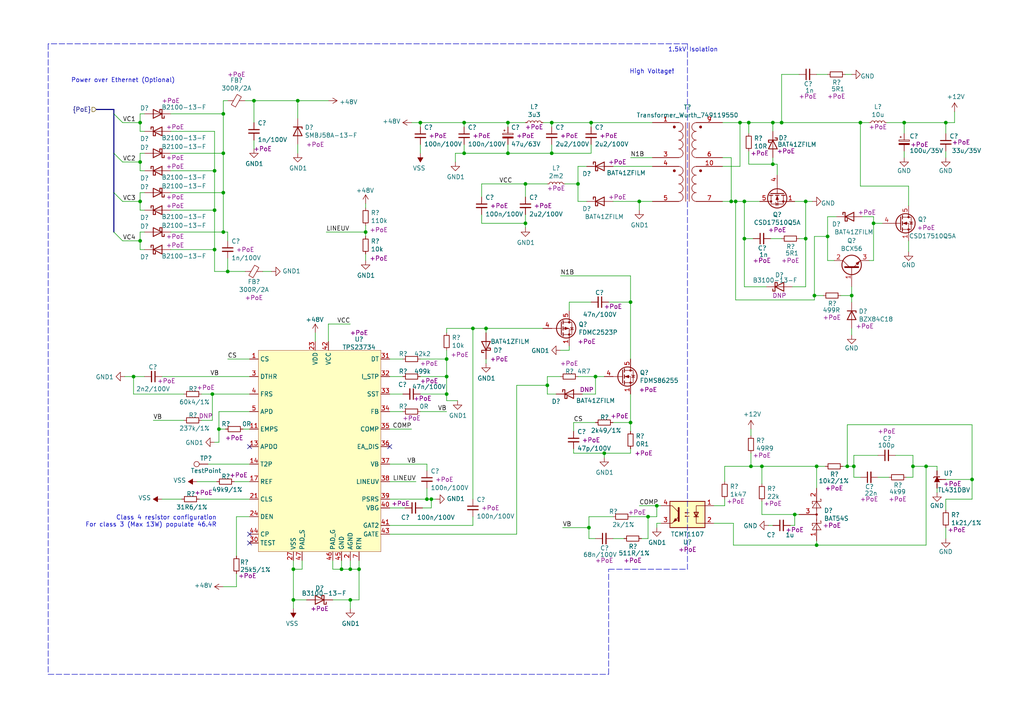
<source format=kicad_sch>
(kicad_sch (version 20201015) (generator eeschema)
  (paper "A4")
  (junction (at 38.735 109.22) (diameter 0.9144))
  (junction (at 40.64 35.56) (diameter 0.9144))
  (junction (at 40.64 46.99) (diameter 0.9144))
  (junction (at 40.64 58.42) (diameter 0.9144))
  (junction (at 40.64 69.85) (diameter 0.9144))
  (junction (at 61.595 114.3) (diameter 0.9144))
  (junction (at 62.23 49.53) (diameter 0.9144))
  (junction (at 62.23 60.96) (diameter 0.9144))
  (junction (at 62.23 72.39) (diameter 0.9144))
  (junction (at 63.5 124.46) (diameter 0.9144))
  (junction (at 64.77 33.02) (diameter 0.9144))
  (junction (at 64.77 44.45) (diameter 0.9144))
  (junction (at 64.77 55.88) (diameter 0.9144))
  (junction (at 64.77 67.31) (diameter 0.9144))
  (junction (at 66.04 78.74) (diameter 0.9144))
  (junction (at 73.66 29.21) (diameter 0.9144))
  (junction (at 85.09 165.1) (diameter 0.9144))
  (junction (at 85.09 173.99) (diameter 0.9144))
  (junction (at 86.36 29.21) (diameter 0.9144))
  (junction (at 99.06 165.1) (diameter 0.9144))
  (junction (at 101.6 165.1) (diameter 0.9144))
  (junction (at 101.6 173.99) (diameter 0.9144))
  (junction (at 104.14 165.1) (diameter 0.9144))
  (junction (at 106.045 67.31) (diameter 0.9144))
  (junction (at 121.92 35.56) (diameter 0.9144))
  (junction (at 123.825 144.78) (diameter 0.9144))
  (junction (at 125.095 144.78) (diameter 0.9144))
  (junction (at 129.54 104.14) (diameter 0.9144))
  (junction (at 129.54 109.22) (diameter 0.9144))
  (junction (at 129.54 114.3) (diameter 0.9144))
  (junction (at 134.62 35.56) (diameter 0.9144))
  (junction (at 134.62 44.45) (diameter 0.9144))
  (junction (at 137.16 95.25) (diameter 0.9144))
  (junction (at 140.97 95.25) (diameter 0.9144))
  (junction (at 147.32 35.56) (diameter 0.9144))
  (junction (at 147.32 44.45) (diameter 0.9144))
  (junction (at 152.4 53.34) (diameter 0.9144))
  (junction (at 152.4 64.77) (diameter 0.9144))
  (junction (at 158.75 111.76) (diameter 0.9144))
  (junction (at 160.02 35.56) (diameter 0.9144))
  (junction (at 160.02 44.45) (diameter 0.9144))
  (junction (at 167.64 53.34) (diameter 0.9144))
  (junction (at 170.815 153.035) (diameter 0.9144))
  (junction (at 171.45 35.56) (diameter 0.9144))
  (junction (at 172.72 109.22) (diameter 0.9144))
  (junction (at 175.26 131.445) (diameter 0.9144))
  (junction (at 182.88 87.63) (diameter 0.9144))
  (junction (at 182.88 122.555) (diameter 0.9144))
  (junction (at 185.42 58.42) (diameter 0.9144))
  (junction (at 187.96 149.86) (diameter 0.9144))
  (junction (at 190.5 146.685) (diameter 0.9144))
  (junction (at 212.09 58.42) (diameter 0.9144))
  (junction (at 213.36 58.42) (diameter 0.9144))
  (junction (at 214.63 35.56) (diameter 0.9144))
  (junction (at 215.9 58.42) (diameter 0.9144))
  (junction (at 215.9 69.215) (diameter 0.9144))
  (junction (at 217.17 35.56) (diameter 0.9144))
  (junction (at 217.805 135.255) (diameter 0.9144))
  (junction (at 220.98 135.255) (diameter 0.9144))
  (junction (at 224.155 35.56) (diameter 0.9144))
  (junction (at 224.155 47.625) (diameter 0.9144))
  (junction (at 226.695 35.56) (diameter 0.9144))
  (junction (at 230.505 149.225) (diameter 0.9144))
  (junction (at 233.68 58.42) (diameter 0.9144))
  (junction (at 233.68 69.215) (diameter 0.9144))
  (junction (at 236.22 85.725) (diameter 0.9144))
  (junction (at 236.855 135.255) (diameter 0.9144))
  (junction (at 236.855 158.115) (diameter 0.9144))
  (junction (at 240.03 68.58) (diameter 0.9144))
  (junction (at 245.745 135.255) (diameter 0.9144))
  (junction (at 247.015 85.725) (diameter 0.9144))
  (junction (at 247.65 135.255) (diameter 0.9144))
  (junction (at 249.555 35.56) (diameter 0.9144))
  (junction (at 253.365 64.77) (diameter 0.9144))
  (junction (at 262.255 35.56) (diameter 0.9144))
  (junction (at 264.795 135.255) (diameter 0.9144))
  (junction (at 268.605 135.255) (diameter 0.9144))
  (junction (at 274.32 35.56) (diameter 0.9144))
  (junction (at 281.94 139.065) (diameter 0.9144))
  (no_connect (at 113.03 129.54))
  (no_connect (at 72.39 157.48))
  (no_connect (at 72.39 129.54))
  (no_connect (at 72.39 154.94))
  (bus_entry (at 33.02 33.02) (size 2.54 2.54) (stroke (width 0.1524)))
  (bus_entry (at 33.02 44.45) (size 2.54 2.54) (stroke (width 0.1524)))
  (bus_entry (at 33.02 55.88) (size 2.54 2.54) (stroke (width 0.1524)))
  (bus_entry (at 33.02 67.31) (size 2.54 2.54) (stroke (width 0.1524)))
  (wire (pts (xy 35.56 35.56) (xy 40.64 35.56)))
  (wire (pts (xy 35.56 46.99) (xy 40.64 46.99)))
  (wire (pts (xy 35.56 58.42) (xy 40.64 58.42)))
  (wire (pts (xy 35.56 69.85) (xy 40.64 69.85)))
  (wire (pts (xy 36.195 109.22) (xy 38.735 109.22)))
  (wire (pts (xy 38.735 109.22) (xy 41.91 109.22)))
  (wire (pts (xy 38.735 114.3) (xy 38.735 109.22)))
  (wire (pts (xy 40.64 33.02) (xy 40.64 35.56)))
  (wire (pts (xy 40.64 38.1) (xy 40.64 35.56)))
  (wire (pts (xy 40.64 44.45) (xy 40.64 46.99)))
  (wire (pts (xy 40.64 49.53) (xy 40.64 46.99)))
  (wire (pts (xy 40.64 55.88) (xy 40.64 58.42)))
  (wire (pts (xy 40.64 60.96) (xy 40.64 58.42)))
  (wire (pts (xy 40.64 67.31) (xy 40.64 69.85)))
  (wire (pts (xy 40.64 72.39) (xy 40.64 69.85)))
  (wire (pts (xy 41.91 33.02) (xy 40.64 33.02)))
  (wire (pts (xy 41.91 38.1) (xy 40.64 38.1)))
  (wire (pts (xy 41.91 44.45) (xy 40.64 44.45)))
  (wire (pts (xy 41.91 49.53) (xy 40.64 49.53)))
  (wire (pts (xy 41.91 55.88) (xy 40.64 55.88)))
  (wire (pts (xy 41.91 60.96) (xy 40.64 60.96)))
  (wire (pts (xy 41.91 67.31) (xy 40.64 67.31)))
  (wire (pts (xy 41.91 72.39) (xy 40.64 72.39)))
  (wire (pts (xy 44.45 121.92) (xy 53.34 121.92)))
  (wire (pts (xy 46.99 109.22) (xy 72.39 109.22)))
  (wire (pts (xy 46.99 144.78) (xy 52.705 144.78)))
  (wire (pts (xy 49.53 33.02) (xy 64.77 33.02)))
  (wire (pts (xy 49.53 38.1) (xy 62.23 38.1)))
  (wire (pts (xy 49.53 44.45) (xy 64.77 44.45)))
  (wire (pts (xy 49.53 49.53) (xy 62.23 49.53)))
  (wire (pts (xy 49.53 55.88) (xy 64.77 55.88)))
  (wire (pts (xy 49.53 60.96) (xy 62.23 60.96)))
  (wire (pts (xy 49.53 67.31) (xy 64.77 67.31)))
  (wire (pts (xy 49.53 72.39) (xy 62.23 72.39)))
  (wire (pts (xy 53.34 114.3) (xy 38.735 114.3)))
  (wire (pts (xy 57.15 139.7) (xy 62.865 139.7)))
  (wire (pts (xy 57.785 144.78) (xy 72.39 144.78)))
  (wire (pts (xy 58.42 114.3) (xy 61.595 114.3)))
  (wire (pts (xy 58.42 121.92) (xy 61.595 121.92)))
  (wire (pts (xy 60.325 134.62) (xy 72.39 134.62)))
  (wire (pts (xy 61.595 114.3) (xy 72.39 114.3)))
  (wire (pts (xy 61.595 121.92) (xy 61.595 114.3)))
  (wire (pts (xy 62.23 38.1) (xy 62.23 49.53)))
  (wire (pts (xy 62.23 49.53) (xy 62.23 60.96)))
  (wire (pts (xy 62.23 60.96) (xy 62.23 72.39)))
  (wire (pts (xy 62.23 72.39) (xy 62.23 78.74)))
  (wire (pts (xy 62.23 78.74) (xy 66.04 78.74)))
  (wire (pts (xy 63.5 119.38) (xy 63.5 124.46)))
  (wire (pts (xy 63.5 119.38) (xy 72.39 119.38)))
  (wire (pts (xy 63.5 124.46) (xy 63.5 128.27)))
  (wire (pts (xy 63.5 124.46) (xy 65.405 124.46)))
  (wire (pts (xy 63.5 128.27) (xy 62.23 128.27)))
  (wire (pts (xy 64.77 29.21) (xy 64.77 33.02)))
  (wire (pts (xy 64.77 29.21) (xy 66.04 29.21)))
  (wire (pts (xy 64.77 33.02) (xy 64.77 44.45)))
  (wire (pts (xy 64.77 44.45) (xy 64.77 55.88)))
  (wire (pts (xy 64.77 55.88) (xy 64.77 67.31)))
  (wire (pts (xy 64.77 67.31) (xy 66.04 67.31)))
  (wire (pts (xy 66.04 67.31) (xy 66.04 69.85)))
  (wire (pts (xy 66.04 74.93) (xy 66.04 78.74)))
  (wire (pts (xy 66.04 78.74) (xy 71.12 78.74)))
  (wire (pts (xy 66.04 104.14) (xy 72.39 104.14)))
  (wire (pts (xy 67.945 139.7) (xy 72.39 139.7)))
  (wire (pts (xy 68.58 149.86) (xy 68.58 161.29)))
  (wire (pts (xy 68.58 166.37) (xy 68.58 170.18)))
  (wire (pts (xy 68.58 170.18) (xy 64.77 170.18)))
  (wire (pts (xy 70.485 124.46) (xy 72.39 124.46)))
  (wire (pts (xy 71.12 29.21) (xy 73.66 29.21)))
  (wire (pts (xy 72.39 149.86) (xy 68.58 149.86)))
  (wire (pts (xy 73.66 29.21) (xy 73.66 35.56)))
  (wire (pts (xy 73.66 29.21) (xy 86.36 29.21)))
  (wire (pts (xy 73.66 40.64) (xy 73.66 43.18)))
  (wire (pts (xy 76.2 78.74) (xy 78.74 78.74)))
  (wire (pts (xy 85.09 165.1) (xy 85.09 162.56)))
  (wire (pts (xy 85.09 165.1) (xy 85.09 173.99)))
  (wire (pts (xy 85.09 173.99) (xy 85.09 176.53)))
  (wire (pts (xy 85.09 173.99) (xy 88.9 173.99)))
  (wire (pts (xy 86.36 29.21) (xy 95.25 29.21)))
  (wire (pts (xy 86.36 34.29) (xy 86.36 29.21)))
  (wire (pts (xy 86.36 41.91) (xy 86.36 44.45)))
  (wire (pts (xy 87.63 162.56) (xy 87.63 165.1)))
  (wire (pts (xy 87.63 165.1) (xy 85.09 165.1)))
  (wire (pts (xy 91.44 96.52) (xy 91.44 99.06)))
  (wire (pts (xy 94.615 67.31) (xy 106.045 67.31)))
  (wire (pts (xy 95.25 93.98) (xy 101.6 93.98)))
  (wire (pts (xy 95.25 99.06) (xy 95.25 93.98)))
  (wire (pts (xy 96.52 162.56) (xy 96.52 165.1)))
  (wire (pts (xy 96.52 165.1) (xy 99.06 165.1)))
  (wire (pts (xy 96.52 173.99) (xy 101.6 173.99)))
  (wire (pts (xy 99.06 162.56) (xy 99.06 165.1)))
  (wire (pts (xy 99.06 165.1) (xy 101.6 165.1)))
  (wire (pts (xy 101.6 162.56) (xy 101.6 165.1)))
  (wire (pts (xy 101.6 165.1) (xy 104.14 165.1)))
  (wire (pts (xy 101.6 173.99) (xy 101.6 176.53)))
  (wire (pts (xy 104.14 165.1) (xy 104.14 162.56)))
  (wire (pts (xy 104.14 165.1) (xy 104.14 173.99)))
  (wire (pts (xy 104.14 173.99) (xy 101.6 173.99)))
  (wire (pts (xy 106.045 59.055) (xy 106.045 60.325)))
  (wire (pts (xy 106.045 65.405) (xy 106.045 67.31)))
  (wire (pts (xy 106.045 67.31) (xy 106.045 68.58)))
  (wire (pts (xy 106.045 73.66) (xy 106.045 75.565)))
  (wire (pts (xy 113.03 104.14) (xy 116.84 104.14)))
  (wire (pts (xy 113.03 109.22) (xy 116.84 109.22)))
  (wire (pts (xy 113.03 114.3) (xy 116.84 114.3)))
  (wire (pts (xy 113.03 119.38) (xy 116.84 119.38)))
  (wire (pts (xy 113.03 124.46) (xy 119.38 124.46)))
  (wire (pts (xy 113.03 134.62) (xy 123.825 134.62)))
  (wire (pts (xy 113.03 139.7) (xy 120.65 139.7)))
  (wire (pts (xy 113.03 144.78) (xy 123.825 144.78)))
  (wire (pts (xy 113.03 147.32) (xy 117.475 147.32)))
  (wire (pts (xy 113.03 152.4) (xy 137.16 152.4)))
  (wire (pts (xy 113.03 154.94) (xy 149.86 154.94)))
  (wire (pts (xy 119.38 35.56) (xy 121.92 35.56)))
  (wire (pts (xy 121.92 35.56) (xy 121.92 36.83)))
  (wire (pts (xy 121.92 35.56) (xy 134.62 35.56)))
  (wire (pts (xy 121.92 41.91) (xy 121.92 44.45)))
  (wire (pts (xy 121.92 104.14) (xy 129.54 104.14)))
  (wire (pts (xy 121.92 109.22) (xy 129.54 109.22)))
  (wire (pts (xy 121.92 114.3) (xy 129.54 114.3)))
  (wire (pts (xy 121.92 119.38) (xy 129.54 119.38)))
  (wire (pts (xy 122.555 147.32) (xy 125.095 147.32)))
  (wire (pts (xy 123.825 134.62) (xy 123.825 136.525)))
  (wire (pts (xy 123.825 141.605) (xy 123.825 144.78)))
  (wire (pts (xy 123.825 144.78) (xy 125.095 144.78)))
  (wire (pts (xy 125.095 144.78) (xy 126.365 144.78)))
  (wire (pts (xy 125.095 147.32) (xy 125.095 144.78)))
  (wire (pts (xy 129.54 95.25) (xy 129.54 96.52)))
  (wire (pts (xy 129.54 101.6) (xy 129.54 104.14)))
  (wire (pts (xy 129.54 104.14) (xy 129.54 109.22)))
  (wire (pts (xy 129.54 109.22) (xy 129.54 114.3)))
  (wire (pts (xy 129.54 116.205) (xy 129.54 114.3)))
  (wire (pts (xy 132.08 44.45) (xy 132.08 46.99)))
  (wire (pts (xy 132.715 116.205) (xy 129.54 116.205)))
  (wire (pts (xy 134.62 35.56) (xy 134.62 36.83)))
  (wire (pts (xy 134.62 35.56) (xy 147.32 35.56)))
  (wire (pts (xy 134.62 41.91) (xy 134.62 44.45)))
  (wire (pts (xy 134.62 44.45) (xy 132.08 44.45)))
  (wire (pts (xy 134.62 44.45) (xy 147.32 44.45)))
  (wire (pts (xy 137.16 95.25) (xy 129.54 95.25)))
  (wire (pts (xy 137.16 95.25) (xy 137.16 144.78)))
  (wire (pts (xy 137.16 152.4) (xy 137.16 149.86)))
  (wire (pts (xy 139.7 53.34) (xy 139.7 57.15)))
  (wire (pts (xy 139.7 53.34) (xy 152.4 53.34)))
  (wire (pts (xy 139.7 62.23) (xy 139.7 64.77)))
  (wire (pts (xy 139.7 64.77) (xy 152.4 64.77)))
  (wire (pts (xy 140.97 95.25) (xy 137.16 95.25)))
  (wire (pts (xy 140.97 95.25) (xy 140.97 96.52)))
  (wire (pts (xy 140.97 104.14) (xy 140.97 105.41)))
  (wire (pts (xy 147.32 35.56) (xy 147.32 36.83)))
  (wire (pts (xy 147.32 35.56) (xy 152.4 35.56)))
  (wire (pts (xy 147.32 41.91) (xy 147.32 44.45)))
  (wire (pts (xy 147.32 44.45) (xy 160.02 44.45)))
  (wire (pts (xy 149.86 111.76) (xy 158.75 111.76)))
  (wire (pts (xy 149.86 154.94) (xy 149.86 111.76)))
  (wire (pts (xy 152.4 53.34) (xy 152.4 57.15)))
  (wire (pts (xy 152.4 62.23) (xy 152.4 64.77)))
  (wire (pts (xy 152.4 64.77) (xy 152.4 66.04)))
  (wire (pts (xy 157.48 35.56) (xy 160.02 35.56)))
  (wire (pts (xy 157.48 95.25) (xy 140.97 95.25)))
  (wire (pts (xy 158.75 53.34) (xy 152.4 53.34)))
  (wire (pts (xy 158.75 109.22) (xy 162.56 109.22)))
  (wire (pts (xy 158.75 111.76) (xy 158.75 109.22)))
  (wire (pts (xy 158.75 114.3) (xy 158.75 111.76)))
  (wire (pts (xy 160.02 35.56) (xy 160.02 36.83)))
  (wire (pts (xy 160.02 35.56) (xy 171.45 35.56)))
  (wire (pts (xy 160.02 41.91) (xy 160.02 44.45)))
  (wire (pts (xy 160.02 44.45) (xy 171.45 44.45)))
  (wire (pts (xy 161.29 114.3) (xy 158.75 114.3)))
  (wire (pts (xy 162.56 80.01) (xy 182.88 80.01)))
  (wire (pts (xy 163.195 153.035) (xy 170.815 153.035)))
  (wire (pts (xy 163.83 53.34) (xy 167.64 53.34)))
  (wire (pts (xy 165.1 87.63) (xy 165.1 90.17)))
  (wire (pts (xy 165.1 100.33) (xy 165.1 101.6)))
  (wire (pts (xy 165.1 101.6) (xy 162.56 101.6)))
  (wire (pts (xy 166.37 122.555) (xy 166.37 125.095)))
  (wire (pts (xy 166.37 131.445) (xy 166.37 130.175)))
  (wire (pts (xy 167.64 48.26) (xy 167.64 53.34)))
  (wire (pts (xy 167.64 53.34) (xy 167.64 58.42)))
  (wire (pts (xy 167.64 58.42) (xy 170.18 58.42)))
  (wire (pts (xy 168.91 114.3) (xy 172.72 114.3)))
  (wire (pts (xy 170.18 48.26) (xy 167.64 48.26)))
  (wire (pts (xy 170.815 149.86) (xy 170.815 153.035)))
  (wire (pts (xy 170.815 156.21) (xy 170.815 153.035)))
  (wire (pts (xy 171.45 35.56) (xy 171.45 36.83)))
  (wire (pts (xy 171.45 35.56) (xy 189.23 35.56)))
  (wire (pts (xy 171.45 41.91) (xy 171.45 44.45)))
  (wire (pts (xy 171.45 87.63) (xy 165.1 87.63)))
  (wire (pts (xy 172.72 109.22) (xy 167.64 109.22)))
  (wire (pts (xy 172.72 109.22) (xy 175.26 109.22)))
  (wire (pts (xy 172.72 114.3) (xy 172.72 109.22)))
  (wire (pts (xy 172.72 122.555) (xy 166.37 122.555)))
  (wire (pts (xy 172.72 156.21) (xy 170.815 156.21)))
  (wire (pts (xy 175.26 131.445) (xy 166.37 131.445)))
  (wire (pts (xy 175.26 131.445) (xy 175.26 132.715)))
  (wire (pts (xy 176.53 87.63) (xy 182.88 87.63)))
  (wire (pts (xy 177.8 48.26) (xy 189.23 48.26)))
  (wire (pts (xy 177.8 58.42) (xy 185.42 58.42)))
  (wire (pts (xy 177.8 122.555) (xy 182.88 122.555)))
  (wire (pts (xy 177.8 149.86) (xy 170.815 149.86)))
  (wire (pts (xy 177.8 156.21) (xy 180.975 156.21)))
  (wire (pts (xy 182.88 45.72) (xy 189.23 45.72)))
  (wire (pts (xy 182.88 87.63) (xy 182.88 80.01)))
  (wire (pts (xy 182.88 104.14) (xy 182.88 87.63)))
  (wire (pts (xy 182.88 114.3) (xy 182.88 122.555)))
  (wire (pts (xy 182.88 122.555) (xy 182.88 125.095)))
  (wire (pts (xy 182.88 130.175) (xy 182.88 131.445)))
  (wire (pts (xy 182.88 131.445) (xy 175.26 131.445)))
  (wire (pts (xy 182.88 149.86) (xy 187.96 149.86)))
  (wire (pts (xy 185.42 58.42) (xy 185.42 60.96)))
  (wire (pts (xy 185.42 58.42) (xy 189.23 58.42)))
  (wire (pts (xy 186.055 156.21) (xy 187.96 156.21)))
  (wire (pts (xy 187.96 149.86) (xy 190.5 149.86)))
  (wire (pts (xy 187.96 156.21) (xy 187.96 149.86)))
  (wire (pts (xy 190.5 146.685) (xy 185.42 146.685)))
  (wire (pts (xy 190.5 149.86) (xy 190.5 146.685)))
  (wire (pts (xy 190.5 151.765) (xy 190.5 153.035)))
  (wire (pts (xy 191.77 146.685) (xy 190.5 146.685)))
  (wire (pts (xy 191.77 151.765) (xy 190.5 151.765)))
  (wire (pts (xy 207.01 146.685) (xy 210.185 146.685)))
  (wire (pts (xy 209.55 35.56) (xy 214.63 35.56)))
  (wire (pts (xy 209.55 45.72) (xy 212.09 45.72)))
  (wire (pts (xy 210.185 135.255) (xy 217.805 135.255)))
  (wire (pts (xy 210.185 139.7) (xy 210.185 135.255)))
  (wire (pts (xy 210.185 146.685) (xy 210.185 144.78)))
  (wire (pts (xy 212.09 45.72) (xy 212.09 58.42)))
  (wire (pts (xy 212.09 58.42) (xy 209.55 58.42)))
  (wire (pts (xy 212.09 58.42) (xy 213.36 58.42)))
  (wire (pts (xy 212.725 151.765) (xy 207.01 151.765)))
  (wire (pts (xy 212.725 151.765) (xy 212.725 158.115)))
  (wire (pts (xy 212.725 158.115) (xy 236.855 158.115)))
  (wire (pts (xy 213.36 58.42) (xy 213.36 86.995)))
  (wire (pts (xy 213.36 58.42) (xy 215.9 58.42)))
  (wire (pts (xy 213.36 86.995) (xy 236.22 86.995)))
  (wire (pts (xy 214.63 35.56) (xy 214.63 48.26)))
  (wire (pts (xy 214.63 35.56) (xy 217.17 35.56)))
  (wire (pts (xy 214.63 48.26) (xy 209.55 48.26)))
  (wire (pts (xy 215.9 58.42) (xy 220.345 58.42)))
  (wire (pts (xy 215.9 69.215) (xy 215.9 58.42)))
  (wire (pts (xy 215.9 69.215) (xy 218.44 69.215)))
  (wire (pts (xy 215.9 83.185) (xy 215.9 69.215)))
  (wire (pts (xy 217.17 35.56) (xy 217.17 38.735)))
  (wire (pts (xy 217.17 35.56) (xy 224.155 35.56)))
  (wire (pts (xy 217.17 47.625) (xy 217.17 43.815)))
  (wire (pts (xy 217.805 124.46) (xy 217.805 126.365)))
  (wire (pts (xy 217.805 131.445) (xy 217.805 135.255)))
  (wire (pts (xy 220.98 135.255) (xy 217.805 135.255)))
  (wire (pts (xy 220.98 135.255) (xy 236.855 135.255)))
  (wire (pts (xy 220.98 140.335) (xy 220.98 135.255)))
  (wire (pts (xy 220.98 149.225) (xy 220.98 145.415)))
  (wire (pts (xy 222.25 83.185) (xy 215.9 83.185)))
  (wire (pts (xy 222.885 152.4) (xy 224.155 152.4)))
  (wire (pts (xy 223.52 69.215) (xy 226.695 69.215)))
  (wire (pts (xy 224.155 35.56) (xy 224.155 38.1)))
  (wire (pts (xy 224.155 35.56) (xy 226.695 35.56)))
  (wire (pts (xy 224.155 45.72) (xy 224.155 47.625)))
  (wire (pts (xy 224.155 47.625) (xy 217.17 47.625)))
  (wire (pts (xy 225.425 47.625) (xy 224.155 47.625)))
  (wire (pts (xy 225.425 50.8) (xy 225.425 47.625)))
  (wire (pts (xy 226.695 21.59) (xy 226.695 35.56)))
  (wire (pts (xy 226.695 35.56) (xy 249.555 35.56)))
  (wire (pts (xy 229.235 152.4) (xy 230.505 152.4)))
  (wire (pts (xy 230.505 58.42) (xy 233.68 58.42)))
  (wire (pts (xy 230.505 149.225) (xy 220.98 149.225)))
  (wire (pts (xy 230.505 152.4) (xy 230.505 149.225)))
  (wire (pts (xy 231.775 21.59) (xy 226.695 21.59)))
  (wire (pts (xy 231.775 69.215) (xy 233.68 69.215)))
  (wire (pts (xy 231.775 149.225) (xy 230.505 149.225)))
  (wire (pts (xy 233.68 58.42) (xy 233.68 69.215)))
  (wire (pts (xy 233.68 58.42) (xy 235.585 58.42)))
  (wire (pts (xy 233.68 69.215) (xy 233.68 83.185)))
  (wire (pts (xy 233.68 83.185) (xy 229.87 83.185)))
  (wire (pts (xy 236.22 68.58) (xy 240.03 68.58)))
  (wire (pts (xy 236.22 85.725) (xy 236.22 68.58)))
  (wire (pts (xy 236.22 85.725) (xy 238.76 85.725)))
  (wire (pts (xy 236.22 86.995) (xy 236.22 85.725)))
  (wire (pts (xy 236.855 21.59) (xy 240.03 21.59)))
  (wire (pts (xy 236.855 135.255) (xy 236.855 141.605)))
  (wire (pts (xy 236.855 135.255) (xy 239.395 135.255)))
  (wire (pts (xy 236.855 156.845) (xy 236.855 158.115)))
  (wire (pts (xy 236.855 158.115) (xy 268.605 158.115)))
  (wire (pts (xy 240.03 62.865) (xy 240.03 68.58)))
  (wire (pts (xy 240.03 68.58) (xy 240.03 75.565)))
  (wire (pts (xy 240.03 75.565) (xy 241.935 75.565)))
  (wire (pts (xy 242.57 62.865) (xy 240.03 62.865)))
  (wire (pts (xy 243.84 85.725) (xy 247.015 85.725)))
  (wire (pts (xy 244.475 135.255) (xy 245.745 135.255)))
  (wire (pts (xy 245.11 21.59) (xy 247.015 21.59)))
  (wire (pts (xy 245.745 123.19) (xy 245.745 135.255)))
  (wire (pts (xy 245.745 135.255) (xy 247.65 135.255)))
  (wire (pts (xy 247.015 83.185) (xy 247.015 85.725)))
  (wire (pts (xy 247.015 85.725) (xy 247.015 87.63)))
  (wire (pts (xy 247.015 95.25) (xy 247.015 97.155)))
  (wire (pts (xy 247.65 132.08) (xy 247.65 135.255)))
  (wire (pts (xy 247.65 135.255) (xy 247.65 138.43)))
  (wire (pts (xy 249.555 35.56) (xy 252.095 35.56)))
  (wire (pts (xy 249.555 53.975) (xy 249.555 35.56)))
  (wire (pts (xy 249.555 138.43) (xy 247.65 138.43)))
  (wire (pts (xy 250.19 62.865) (xy 253.365 62.865)))
  (wire (pts (xy 253.365 62.865) (xy 253.365 64.77)))
  (wire (pts (xy 253.365 64.77) (xy 253.365 75.565)))
  (wire (pts (xy 253.365 64.77) (xy 255.905 64.77)))
  (wire (pts (xy 253.365 75.565) (xy 252.095 75.565)))
  (wire (pts (xy 254.635 132.08) (xy 247.65 132.08)))
  (wire (pts (xy 254.635 138.43) (xy 257.81 138.43)))
  (wire (pts (xy 257.175 35.56) (xy 262.255 35.56)))
  (wire (pts (xy 259.715 132.08) (xy 264.795 132.08)))
  (wire (pts (xy 262.255 35.56) (xy 262.255 38.735)))
  (wire (pts (xy 262.255 35.56) (xy 274.32 35.56)))
  (wire (pts (xy 262.255 43.815) (xy 262.255 45.72)))
  (wire (pts (xy 262.89 138.43) (xy 264.795 138.43)))
  (wire (pts (xy 263.525 53.975) (xy 249.555 53.975)))
  (wire (pts (xy 263.525 59.69) (xy 263.525 53.975)))
  (wire (pts (xy 263.525 69.85) (xy 263.525 73.025)))
  (wire (pts (xy 264.795 135.255) (xy 264.795 132.08)))
  (wire (pts (xy 264.795 135.255) (xy 268.605 135.255)))
  (wire (pts (xy 264.795 138.43) (xy 264.795 135.255)))
  (wire (pts (xy 268.605 135.255) (xy 268.605 158.115)))
  (wire (pts (xy 271.78 135.255) (xy 268.605 135.255)))
  (wire (pts (xy 271.78 136.525) (xy 271.78 135.255)))
  (wire (pts (xy 271.78 141.605) (xy 271.78 142.875)))
  (wire (pts (xy 274.32 35.56) (xy 274.32 38.735)))
  (wire (pts (xy 274.32 35.56) (xy 276.86 35.56)))
  (wire (pts (xy 274.32 43.815) (xy 274.32 45.72)))
  (wire (pts (xy 274.32 139.065) (xy 281.94 139.065)))
  (wire (pts (xy 274.32 144.78) (xy 274.32 147.955)))
  (wire (pts (xy 274.32 153.035) (xy 274.32 156.21)))
  (wire (pts (xy 276.86 35.56) (xy 276.86 32.385)))
  (wire (pts (xy 281.94 123.19) (xy 245.745 123.19)))
  (wire (pts (xy 281.94 139.065) (xy 281.94 123.19)))
  (wire (pts (xy 281.94 139.065) (xy 281.94 144.78)))
  (wire (pts (xy 281.94 144.78) (xy 274.32 144.78)))
  (bus (pts (xy 27.94 31.75) (xy 33.02 31.75)))
  (bus (pts (xy 33.02 31.75) (xy 33.02 33.02)))
  (bus (pts (xy 33.02 33.02) (xy 33.02 44.45)))
  (bus (pts (xy 33.02 44.45) (xy 33.02 55.88)))
  (bus (pts (xy 33.02 55.88) (xy 33.02 67.31)))
  (polyline (pts (xy 13.97 12.7) (xy 13.97 195.58)) (stroke (width 0) (type dash)))
  (polyline (pts (xy 13.97 195.58) (xy 176.53 195.58)) (stroke (width 0) (type dash)))
  (polyline (pts (xy 176.53 165.1) (xy 199.39 165.1)) (stroke (width 0) (type dash)))
  (polyline (pts (xy 176.53 195.58) (xy 176.53 165.1)) (stroke (width 0) (type dash)))
  (polyline (pts (xy 199.39 12.7) (xy 13.97 12.7)) (stroke (width 0) (type dash)))
  (polyline (pts (xy 199.39 12.7) (xy 199.39 165.1)) (stroke (width 0) (type dash)))
  (text "Power over Ethernet (Optional)" (at 50.8 24.13 180) (effects (font (size 1.27 1.27)) (justify right bottom)))
  (text "Class 4 resistor configuration\nFor class 3 (Max 13W) populate 46.4R" (at 62.865 153.035 0) (effects (font (size 1.27 1.27)) (justify right bottom)))
  (text "High Voltage!" (at 195.58 21.59 180) (effects (font (size 1.27 1.27)) (justify right bottom)))
  (text "1.5kV Isolation" (at 208.28 15.24 180) (effects (font (size 1.27 1.27)) (justify right bottom)))
  (label "VC1" (at 39.37 35.56 180))
  (label "VC2" (at 39.37 46.99 180))
  (label "VC3" (at 39.37 58.42 180))
  (label "VC4" (at 39.37 69.85 180))
  (label "VB" (at 44.45 121.92 0))
  (label "VB" (at 60.96 109.22 0))
  (label "CS" (at 66.04 104.14 0))
  (label "LINEUV" (at 94.615 67.31 0))
  (label "VCC" (at 101.6 93.98 180))
  (label "COMP" (at 119.38 124.46 180))
  (label "VB" (at 120.65 134.62 180))
  (label "LINEUV" (at 120.65 139.7 180))
  (label "VB" (at 129.54 119.38 180))
  (label "VCC" (at 144.78 53.34 0))
  (label "N1B" (at 162.56 80.01 0))
  (label "VB" (at 163.195 153.035 0))
  (label "CS" (at 166.37 122.555 0))
  (label "N1B" (at 182.88 45.72 0))
  (label "COMP" (at 185.42 146.685 0))
  (hierarchical_label "{PoE}" (shape input) (at 27.94 31.75 180))
  (symbol (lib_id "Device:L_Small") (at 154.94 35.56 90) (unit 1)
    (property "Reference" "L?" (at 154.94 30.9688 90))
    (property "Value" "3u3" (at 154.94 33.267 90))
    (property "Config" "+PoE" (at 154.94 36.83 90))
  )
  (symbol (lib_id "Device:L_Small") (at 161.29 53.34 90) (unit 1)
    (property "Reference" "L?" (at 161.29 48.7488 90))
    (property "Value" "2m2" (at 161.29 51.047 90))
    (property "Config" "+PoE" (at 161.29 54.61 90))
  )
  (symbol (lib_id "Device:L_Small") (at 254.635 35.56 90) (unit 1)
    (property "Reference" "L?" (at 254.635 30.9688 90))
    (property "Value" "10u" (at 254.635 33.267 90))
    (property "Config" "+PoE" (at 254.635 36.83 90))
  )
  (symbol (lib_id "Connector:TestPoint") (at 60.325 134.62 90) (unit 1)
    (property "Reference" "TP?" (at 59.7535 132.9498 90))
    (property "Value" "TestPoint" (at 59.7535 136.5185 90))
  )
  (symbol (lib_id "power:VSS") (at 46.99 144.78 90) (unit 1)
    (property "Reference" "#PWR?" (effects hide))
    (property "Value" "VSS" (at 43.8149 144.4117 90) (effects (justify left)))
  )
  (symbol (lib_id "power:VSS") (at 57.15 139.7 90) (unit 1)
    (property "Reference" "#PWR?" (effects hide))
    (property "Value" "VSS" (at 53.9749 139.3317 90) (effects (justify left)))
  )
  (symbol (lib_id "power:+48V") (at 64.77 170.18 90) (unit 1)
    (property "Reference" "#PWR?" (effects hide))
    (property "Value" "+48V" (at 61.5949 169.8117 90) (effects (justify left)))
  )
  (symbol (lib_id "power:VSS") (at 85.09 176.53 180) (unit 1)
    (property "Reference" "#PWR?" (effects hide))
    (property "Value" "VSS" (at 84.7217 180.8544 0))
  )
  (symbol (lib_id "power:+48V") (at 91.44 96.52 0) (unit 1)
    (property "Reference" "#PWR?" (effects hide))
    (property "Value" "+48V" (at 88.6333 92.7099 0) (effects (justify left)))
  )
  (symbol (lib_id "power:+48V") (at 95.25 29.21 270) (unit 1)
    (property "Reference" "#PWR?" (effects hide))
    (property "Value" "+48V" (at 98.4251 29.5783 90) (effects (justify left)))
  )
  (symbol (lib_id "power:+48V") (at 106.045 59.055 0) (unit 1)
    (property "Reference" "#PWR?" (effects hide))
    (property "Value" "+48V" (at 103.2383 55.2449 0) (effects (justify left)))
  )
  (symbol (lib_id "power:+48V") (at 119.38 35.56 90) (unit 1)
    (property "Reference" "#PWR?" (effects hide))
    (property "Value" "+48V" (at 116.2049 35.1917 90) (effects (justify left)))
  )
  (symbol (lib_id "power:VSS") (at 121.92 44.45 180) (unit 1)
    (property "Reference" "#PWR?" (effects hide))
    (property "Value" "VSS" (at 121.5517 48.7744 0))
  )
  (symbol (lib_id "power:+12V") (at 217.805 124.46 0) (unit 1)
    (property "Reference" "#PWR?" (effects hide))
    (property "Value" "+12V" (at 218.1733 120.1356 0))
  )
  (symbol (lib_id "power:+12V") (at 276.86 32.385 0) (unit 1)
    (property "Reference" "#PWR?" (effects hide))
    (property "Value" "+12V" (at 277.2283 28.0606 0))
  )
  (symbol (lib_id "power:GND1") (at 36.195 109.22 270) (unit 1)
    (property "Reference" "#PWR?" (effects hide))
    (property "Value" "GND1" (at 33.0199 109.3343 90) (effects (justify right)))
  )
  (symbol (lib_id "power:GND1") (at 62.23 128.27 270) (unit 1)
    (property "Reference" "#PWR?" (effects hide))
    (property "Value" "GND1" (at 59.0549 128.3843 90) (effects (justify right)))
  )
  (symbol (lib_id "power:GND1") (at 73.66 43.18 0) (unit 1)
    (property "Reference" "#PWR?" (effects hide))
    (property "Value" "GND1" (at 73.7743 47.5044 0))
  )
  (symbol (lib_id "power:GND1") (at 78.74 78.74 90) (unit 1)
    (property "Reference" "#PWR?" (effects hide))
    (property "Value" "GND1" (at 81.9151 78.6257 90) (effects (justify right)))
  )
  (symbol (lib_id "power:GND1") (at 86.36 44.45 0) (unit 1)
    (property "Reference" "#PWR?" (effects hide))
    (property "Value" "GND1" (at 86.4743 48.7744 0))
  )
  (symbol (lib_id "power:GND1") (at 101.6 176.53 0) (unit 1)
    (property "Reference" "#PWR?" (effects hide))
    (property "Value" "GND1" (at 101.7143 180.8544 0))
  )
  (symbol (lib_id "power:GND1") (at 106.045 75.565 0) (unit 1)
    (property "Reference" "#PWR?" (effects hide))
    (property "Value" "GND1" (at 106.1593 79.8894 0))
  )
  (symbol (lib_id "power:GND1") (at 126.365 144.78 90) (unit 1)
    (property "Reference" "#PWR?" (effects hide))
    (property "Value" "GND1" (at 129.5401 144.6657 90) (effects (justify right)))
  )
  (symbol (lib_id "power:GND1") (at 132.08 46.99 0) (unit 1)
    (property "Reference" "#PWR?" (effects hide))
    (property "Value" "GND1" (at 132.1943 51.3144 0))
  )
  (symbol (lib_id "power:GND1") (at 132.715 116.205 0) (unit 1)
    (property "Reference" "#PWR?" (effects hide))
    (property "Value" "GND1" (at 132.8293 120.5294 0))
  )
  (symbol (lib_id "power:GND1") (at 140.97 105.41 0) (unit 1)
    (property "Reference" "#PWR?" (effects hide))
    (property "Value" "GND1" (at 141.0843 109.7344 0))
  )
  (symbol (lib_id "power:GND1") (at 152.4 66.04 0) (unit 1)
    (property "Reference" "#PWR?" (effects hide))
    (property "Value" "GND1" (at 152.5143 70.3644 0))
  )
  (symbol (lib_id "power:GND1") (at 162.56 101.6 270) (unit 1)
    (property "Reference" "#PWR?" (effects hide))
    (property "Value" "GND1" (at 159.3849 101.7143 90) (effects (justify right)))
  )
  (symbol (lib_id "power:GND1") (at 175.26 132.715 0) (unit 1)
    (property "Reference" "#PWR?" (effects hide))
    (property "Value" "GND1" (at 175.3743 137.0394 0))
  )
  (symbol (lib_id "power:GND1") (at 185.42 60.96 0) (unit 1)
    (property "Reference" "#PWR?" (effects hide))
    (property "Value" "GND1" (at 185.5343 65.2844 0))
  )
  (symbol (lib_id "power:GND1") (at 190.5 153.035 0) (unit 1)
    (property "Reference" "#PWR?" (effects hide))
    (property "Value" "GND1" (at 190.6143 157.3594 0))
  )
  (symbol (lib_id "power:GND") (at 222.885 152.4 270) (unit 1)
    (property "Reference" "#PWR?" (effects hide))
    (property "Value" "GND" (at 219.7099 152.5143 90) (effects (justify right)))
  )
  (symbol (lib_id "power:GND") (at 235.585 58.42 90) (unit 1)
    (property "Reference" "#PWR?" (effects hide))
    (property "Value" "GND" (at 238.1251 58.9407 90) (effects (justify right)))
  )
  (symbol (lib_id "power:GND") (at 247.015 21.59 90) (unit 1)
    (property "Reference" "#PWR?" (effects hide))
    (property "Value" "GND" (at 249.5551 22.1107 90) (effects (justify right)))
  )
  (symbol (lib_id "power:GND") (at 247.015 97.155 0) (unit 1)
    (property "Reference" "#PWR?" (effects hide))
    (property "Value" "GND" (at 249.0343 100.9651 0) (effects (justify right)))
  )
  (symbol (lib_id "power:GND") (at 262.255 45.72 0) (unit 1)
    (property "Reference" "#PWR?" (effects hide))
    (property "Value" "GND" (at 264.2743 49.5301 0) (effects (justify right)))
  )
  (symbol (lib_id "power:GND") (at 263.525 73.025 0) (unit 1)
    (property "Reference" "#PWR?" (effects hide))
    (property "Value" "GND" (at 265.5443 76.8351 0) (effects (justify right)))
  )
  (symbol (lib_id "power:GND") (at 271.78 142.875 0) (unit 1)
    (property "Reference" "#PWR?" (effects hide))
    (property "Value" "GND" (at 273.7993 146.6851 0) (effects (justify right)))
  )
  (symbol (lib_id "power:GND") (at 274.32 45.72 0) (unit 1)
    (property "Reference" "#PWR?" (effects hide))
    (property "Value" "GND" (at 276.3393 49.5301 0) (effects (justify right)))
  )
  (symbol (lib_id "power:GND") (at 274.32 156.21 0) (unit 1)
    (property "Reference" "#PWR?" (effects hide))
    (property "Value" "GND" (at 276.3393 160.0201 0) (effects (justify right)))
  )
  (symbol (lib_id "Device:R_Small") (at 55.245 144.78 90) (unit 1)
    (property "Reference" "R?" (at 56.6356 143.2813 90) (effects (justify left)))
    (property "Value" "31R6/1%" (at 60.204 147.091 90) (effects (justify left)))
    (property "Config" "+PoE" (at 59.055 142.875 90))
  )
  (symbol (lib_id "Device:R_Small") (at 55.88 114.3 90) (unit 1)
    (property "Reference" "R?" (at 57.2706 112.8013 90) (effects (justify left)))
    (property "Value" "60k4/1%" (at 60.839 116.611 90) (effects (justify left)))
    (property "Config" "+PoE" (at 59.69 112.395 90))
  )
  (symbol (lib_id "Device:R_Small") (at 55.88 121.92 90) (unit 1)
    (property "Reference" "R?" (at 57.2706 120.4213 90) (effects (justify left)))
    (property "Value" "237k/1%" (at 60.839 124.231 90) (effects (justify left)))
    (property "Config" "DNP" (at 59.69 120.65 90))
  )
  (symbol (lib_id "Device:R_Small") (at 65.405 139.7 90) (unit 1)
    (property "Reference" "R?" (at 66.7956 138.2013 90) (effects (justify left)))
    (property "Value" "49k9/1%" (at 70.364 142.011 90) (effects (justify left)))
    (property "Config" "+PoE" (at 69.215 137.795 90))
  )
  (symbol (lib_id "Device:R_Small") (at 67.945 124.46 90) (unit 1)
    (property "Reference" "R?" (at 66.7956 122.9613 90) (effects (justify left)))
    (property "Value" "0R" (at 72.904 122.961 90) (effects (justify left)))
    (property "Config" "+PoE" (at 67.945 127 90))
  )
  (symbol (lib_id "Device:R_Small") (at 68.58 163.83 180) (unit 1)
    (property "Reference" "R?" (at 72.1613 163.0744 0) (effects (justify left)))
    (property "Value" "25k5/1%" (at 78.511 165.221 0) (effects (justify left)))
    (property "Config" "+PoE" (at 71.755 167.005 0))
  )
  (symbol (lib_id "Device:R_Small") (at 106.045 62.865 0) (unit 1)
    (property "Reference" "R?" (at 107.5437 61.7156 0) (effects (justify left)))
    (property "Value" "110k" (at 107.544 64.014 0) (effects (justify left)))
    (property "Config" "+PoE" (at 109.855 66.675 0))
  )
  (symbol (lib_id "Device:R_Small") (at 106.045 71.12 0) (unit 1)
    (property "Reference" "R?" (at 107.5437 69.9706 0) (effects (justify left)))
    (property "Value" "10k" (at 107.544 72.269 0) (effects (justify left)))
    (property "Config" "+PoE" (at 109.855 74.93 0))
  )
  (symbol (lib_id "Device:R_Small") (at 119.38 104.14 90) (unit 1)
    (property "Reference" "R?" (at 118.2306 102.6413 90) (effects (justify left)))
    (property "Value" "42k2" (at 124.974 102.641 90) (effects (justify left)))
    (property "Config" "+PoE" (at 124.46 105.41 90))
  )
  (symbol (lib_id "Device:R_Small") (at 119.38 109.22 90) (unit 1)
    (property "Reference" "R?" (at 118.2306 107.7213 90) (effects (justify left)))
    (property "Value" "499k" (at 124.974 107.721 90) (effects (justify left)))
    (property "Config" "+PoE" (at 124.46 110.49 90))
  )
  (symbol (lib_id "Device:R_Small") (at 119.38 119.38 90) (unit 1)
    (property "Reference" "R?" (at 118.2306 117.8813 90) (effects (justify left)))
    (property "Value" "0R" (at 124.339 117.881 90) (effects (justify left)))
    (property "Config" "+PoE" (at 119.38 121.285 90))
  )
  (symbol (lib_id "Device:R_Small") (at 129.54 99.06 0) (unit 1)
    (property "Reference" "R?" (at 131.0387 97.9106 0) (effects (justify left)))
    (property "Value" "10k" (at 131.039 100.209 0) (effects (justify left)))
    (property "Config" "+PoE" (at 133.35 102.87 0))
  )
  (symbol (lib_id "Device:R_Small") (at 165.1 109.22 90) (unit 1)
    (property "Reference" "R?" (at 166.4906 107.7213 90) (effects (justify left)))
    (property "Value" "4R7" (at 171.329 107.721 90) (effects (justify left)))
    (property "Config" "+PoE" (at 165.1 105.41 90))
  )
  (symbol (lib_id "Device:R_Small") (at 175.26 122.555 90) (unit 1)
    (property "Reference" "R?" (at 176.6506 121.0563 90) (effects (justify left)))
    (property "Value" "2k49/1%" (at 180.219 124.866 90) (effects (justify left)))
    (property "Config" "+PoE" (at 179.705 120.65 90))
  )
  (symbol (lib_id "Device:R_Small") (at 180.34 149.86 90) (unit 1)
    (property "Reference" "R?" (at 179.1906 148.3613 90) (effects (justify left)))
    (property "Value" "2k/1%" (at 184.029 152.171 90) (effects (justify left)))
    (property "Config" "+PoE" (at 184.785 148.59 90))
  )
  (symbol (lib_id "Device:R_Small") (at 182.88 127.635 0) (unit 1)
    (property "Reference" "R?" (at 184.3787 126.4856 0) (effects (justify left)))
    (property "Value" "0R1" (at 184.379 128.784 0) (effects (justify left)))
    (property "Config" "+PoE" (at 186.69 131.445 0))
  )
  (symbol (lib_id "Device:R_Small") (at 183.515 156.21 90) (unit 1)
    (property "Reference" "R?" (at 184.9056 158.5213 90) (effects (justify left)))
    (property "Value" "511R/1%" (at 188.474 160.426 90) (effects (justify left)))
    (property "Config" "+PoE" (at 183.515 162.56 90))
  )
  (symbol (lib_id "Device:R_Small") (at 210.185 142.24 0) (unit 1)
    (property "Reference" "R?" (at 211.6837 141.0906 0) (effects (justify left)))
    (property "Value" "1k47" (at 211.684 143.389 0) (effects (justify left)))
    (property "Config" "+PoE" (at 213.36 145.415 0))
  )
  (symbol (lib_id "Device:R_Small") (at 217.17 41.275 0) (unit 1)
    (property "Reference" "R?" (at 218.6687 40.1256 0) (effects (justify left)))
    (property "Value" "10R" (at 218.669 42.424 0) (effects (justify left)))
    (property "Config" "+PoE" (at 220.345 44.45 0))
  )
  (symbol (lib_id "Device:R_Small") (at 217.805 128.905 0) (unit 1)
    (property "Reference" "R?" (at 219.3037 127.7556 0) (effects (justify left)))
    (property "Value" "49R9" (at 219.304 130.054 0) (effects (justify left)))
    (property "Config" "+PoE" (at 220.98 132.08 0))
  )
  (symbol (lib_id "Device:R_Small") (at 220.98 142.875 0) (unit 1)
    (property "Reference" "R?" (at 222.4787 141.7256 0) (effects (justify left)))
    (property "Value" "22k" (at 222.479 144.024 0) (effects (justify left)))
    (property "Config" "+PoE" (at 224.155 146.05 0))
  )
  (symbol (lib_id "Device:R_Small") (at 229.235 69.215 90) (unit 1)
    (property "Reference" "R?" (at 230.6256 71.5263 90) (effects (justify left)))
    (property "Value" "5R1" (at 231.654 73.431 90) (effects (justify left)))
    (property "Config" "+PoE" (at 229.235 75.565 90))
  )
  (symbol (lib_id "Device:R_Small") (at 241.3 85.725 90) (unit 1)
    (property "Reference" "R?" (at 242.6906 88.0363 90) (effects (justify left)))
    (property "Value" "499R" (at 243.719 89.941 90) (effects (justify left)))
    (property "Config" "+PoE" (at 241.3 92.075 90))
  )
  (symbol (lib_id "Device:R_Small") (at 241.935 135.255 90) (unit 1)
    (property "Reference" "R?" (at 243.3256 137.5663 90) (effects (justify left)))
    (property "Value" "10k2/1%" (at 246.259 139.471 90) (effects (justify left)))
    (property "Config" "+PoE" (at 241.935 141.605 90))
  )
  (symbol (lib_id "Device:R_Small") (at 242.57 21.59 90) (unit 1)
    (property "Reference" "R?" (at 243.9606 23.9013 90) (effects (justify left)))
    (property "Value" "5R1" (at 244.989 25.806 90) (effects (justify left)))
    (property "Config" "+PoE" (at 242.57 27.94 90))
  )
  (symbol (lib_id "Device:R_Small") (at 260.35 138.43 90) (unit 1)
    (property "Reference" "R?" (at 261.7406 140.7413 90) (effects (justify left)))
    (property "Value" "4k99" (at 262.769 142.646 90) (effects (justify left)))
    (property "Config" "+PoE" (at 260.35 144.78 90))
  )
  (symbol (lib_id "Device:R_Small") (at 274.32 150.495 0) (unit 1)
    (property "Reference" "R?" (at 275.8187 149.3456 0) (effects (justify left)))
    (property "Value" "1k21/1%" (at 275.819 151.644 0) (effects (justify left)))
    (property "Config" "+PoE" (at 277.495 153.67 0))
  )
  (symbol (lib_id "Device:CP_Small") (at 147.32 39.37 0) (unit 1)
    (property "Reference" "C?" (at 148.2091 36.9506 0) (effects (justify left)))
    (property "Value" "47u/63V" (at 148.209 41.789 0) (effects (justify left)))
    (property "Config" "+PoE" (at 152.4 39.37 0))
  )
  (symbol (lib_id "Device:CP_Small") (at 262.255 41.275 0) (unit 1)
    (property "Reference" "C?" (at 263.7791 39.4906 0) (effects (justify left)))
    (property "Value" "100u/35V" (at 263.779 43.694 0) (effects (justify left)))
    (property "Config" "+PoE" (at 266.7 41.91 0))
  )
  (symbol (lib_id "Device:C_Small") (at 44.45 109.22 270) (unit 1)
    (property "Reference" "C?" (at 43.0594 106.4642 90) (effects (justify left)))
    (property "Value" "2n2/100V" (at 39.491 112.814 90) (effects (justify left)))
    (property "Config" "+PoE" (at 48.26 110.49 90))
  )
  (symbol (lib_id "Device:C_Small") (at 66.04 72.39 0) (unit 1)
    (property "Reference" "C?" (at 67.0942 69.9706 0) (effects (justify left)))
    (property "Value" "1n/100V" (at 67.094 74.809 0) (effects (justify left)))
    (property "Config" "+PoE" (at 71.12 72.39 0))
  )
  (symbol (lib_id "Device:C_Small") (at 73.66 38.1 0) (unit 1)
    (property "Reference" "C?" (at 74.7142 35.6806 0) (effects (justify left)))
    (property "Value" "1n/100V" (at 74.714 40.519 0) (effects (justify left)))
    (property "Config" "+PoE" (at 76.2 43.18 0))
  )
  (symbol (lib_id "Device:C_Small") (at 119.38 114.3 270) (unit 1)
    (property "Reference" "C?" (at 115.4494 111.5442 90) (effects (justify left)))
    (property "Value" "47n/100V" (at 119.501 112.179 90) (effects (justify left)))
    (property "Config" "+PoE" (at 122.555 115.57 90))
  )
  (symbol (lib_id "Device:C_Small") (at 120.015 147.32 90) (unit 1)
    (property "Reference" "C?" (at 118.8656 150.0758 90) (effects (justify left)))
    (property "Value" "100n/100V" (at 131.959 150.076 90) (effects (justify left)))
    (property "Config" "+PoE" (at 116.205 146.05 90))
  )
  (symbol (lib_id "Device:C_Small") (at 121.92 39.37 0) (unit 1)
    (property "Reference" "C?" (at 122.9742 36.9506 0) (effects (justify left)))
    (property "Value" "100n/100V" (at 122.974 41.789 0) (effects (justify left)))
    (property "Config" "+PoE" (at 127 39.37 0))
  )
  (symbol (lib_id "Device:C_Small") (at 123.825 139.065 0) (unit 1)
    (property "Reference" "C?" (at 124.8792 136.6456 0) (effects (justify left)))
    (property "Value" "100n/100V" (at 124.879 141.484 0) (effects (justify left)))
    (property "Config" "+PoE" (at 128.905 139.065 0))
  )
  (symbol (lib_id "Device:C_Small") (at 134.62 39.37 0) (unit 1)
    (property "Reference" "C?" (at 135.6742 36.9506 0) (effects (justify left)))
    (property "Value" "100n/100V" (at 135.674 41.789 0) (effects (justify left)))
    (property "Config" "+PoE" (at 139.7 39.37 0))
  )
  (symbol (lib_id "Device:C_Small") (at 137.16 147.32 0) (unit 1)
    (property "Reference" "C?" (at 138.2142 144.9006 0) (effects (justify left)))
    (property "Value" "100n/100V" (at 138.214 149.739 0) (effects (justify left)))
    (property "Config" "+PoE" (at 142.24 147.32 0))
  )
  (symbol (lib_id "Device:C_Small") (at 139.7 59.69 0) (unit 1)
    (property "Reference" "C?" (at 140.7542 57.2706 0) (effects (justify left)))
    (property "Value" "100n/100V" (at 140.754 62.109 0) (effects (justify left)))
    (property "Config" "+PoE" (at 144.78 59.69 0))
  )
  (symbol (lib_id "Device:C_Small") (at 152.4 59.69 0) (unit 1)
    (property "Reference" "C?" (at 153.4542 57.2706 0) (effects (justify left)))
    (property "Value" "2u2/100V" (at 153.454 62.109 0) (effects (justify left)))
    (property "Config" "+PoE" (at 157.48 59.69 0))
  )
  (symbol (lib_id "Device:C_Small") (at 160.02 39.37 0) (unit 1)
    (property "Reference" "C?" (at 161.0742 36.9506 0) (effects (justify left)))
    (property "Value" "2u2/100V" (at 161.074 41.789 0) (effects (justify left)))
    (property "Config" "+PoE" (at 165.1 39.37 0))
  )
  (symbol (lib_id "Device:C_Small") (at 166.37 127.635 0) (unit 1)
    (property "Reference" "C?" (at 167.4242 125.2156 0) (effects (justify left)))
    (property "Value" "47p/100V" (at 167.424 130.054 0) (effects (justify left)))
    (property "Config" "+PoE" (at 171.45 127.635 0))
  )
  (symbol (lib_id "Device:C_Small") (at 171.45 39.37 0) (unit 1)
    (property "Reference" "C?" (at 172.5042 36.9506 0) (effects (justify left)))
    (property "Value" "2u2/100V" (at 172.504 41.789 0) (effects (justify left)))
    (property "Config" "+PoE" (at 176.53 39.37 0))
  )
  (symbol (lib_id "Device:C_Small") (at 173.99 87.63 270) (unit 1)
    (property "Reference" "C?" (at 172.5994 84.8742 90) (effects (justify left)))
    (property "Value" "47n/100V" (at 169.031 91.224 90) (effects (justify left)))
    (property "Config" "+PoE" (at 177.8 88.9 90))
  )
  (symbol (lib_id "Device:C_Small") (at 175.26 156.21 90) (unit 1)
    (property "Reference" "C?" (at 176.6506 158.9658 90) (effects (justify left)))
    (property "Value" "68n/100V" (at 178.949 160.871 90) (effects (justify left)))
    (property "Config" "+PoE" (at 175.26 162.56 90))
  )
  (symbol (lib_id "Device:C_Small") (at 220.98 69.215 90) (unit 1)
    (property "Reference" "C?" (at 222.3706 71.9708 90) (effects (justify left)))
    (property "Value" "1n" (at 222.764 73.876 90) (effects (justify left)))
    (property "Config" "+PoE" (at 220.98 75.565 90))
  )
  (symbol (lib_id "Device:C_Small") (at 226.695 152.4 90) (unit 1)
    (property "Reference" "C?" (at 224.9106 155.1558 90) (effects (justify left)))
    (property "Value" "1u" (at 230.384 155.156 90) (effects (justify left)))
    (property "Config" "+PoE" (at 230.505 153.67 90))
  )
  (symbol (lib_id "Device:C_Small") (at 234.315 21.59 90) (unit 1)
    (property "Reference" "C?" (at 235.7056 24.3458 90) (effects (justify left)))
    (property "Value" "1n" (at 236.099 26.251 90) (effects (justify left)))
    (property "Config" "+PoE" (at 234.315 27.94 90))
  )
  (symbol (lib_id "Device:C_Small") (at 252.095 138.43 90) (unit 1)
    (property "Reference" "C?" (at 253.4856 141.1858 90) (effects (justify left)))
    (property "Value" "22n" (at 254.514 143.091 90) (effects (justify left)))
    (property "Config" "+PoE" (at 252.095 144.78 90))
  )
  (symbol (lib_id "Device:C_Small") (at 257.175 132.08 90) (unit 1)
    (property "Reference" "C?" (at 258.5656 127.2158 90) (effects (justify left)))
    (property "Value" "100p" (at 259.594 129.121 90) (effects (justify left)))
    (property "Config" "+PoE" (at 257.175 125.095 90))
  )
  (symbol (lib_id "Device:C_Small") (at 274.32 41.275 0) (unit 1)
    (property "Reference" "C?" (at 275.3742 39.4906 0) (effects (justify left)))
    (property "Value" "33u/35V" (at 276.009 43.694 0) (effects (justify left)))
    (property "Config" "+PoE" (at 278.765 41.275 0))
  )
  (symbol (lib_id "Device:Ferrite_Bead_Small") (at 68.58 29.21 90) (unit 1)
    (property "Reference" "FB?" (at 68.58 23.298 90))
    (property "Value" "300R/2A" (at 68.58 25.597 90))
    (property "Config" "+PoE" (at 68.58 21.59 90))
  )
  (symbol (lib_id "Device:Ferrite_Bead_Small") (at 73.66 78.74 90) (unit 1)
    (property "Reference" "FB?" (at 73.66 81.718 90))
    (property "Value" "300R/2A" (at 73.66 84.017 90))
    (property "Config" "+PoE" (at 73.66 86.36 90))
  )
  (symbol (lib_id "Device:D_Schottky") (at 45.72 33.02 180) (unit 1)
    (property "Reference" "D?" (at 41.91 31.3498 0))
    (property "Value" "B2100-13-F" (at 53.34 31.108 0))
    (property "Config" "+PoE" (at 49.53 29.21 0))
  )
  (symbol (lib_id "Device:D_Schottky") (at 45.72 38.1 0) (unit 1)
    (property "Reference" "D?" (at 41.91 40.2398 0))
    (property "Value" "B2100-13-F" (at 53.34 39.998 0))
    (property "Config" "+PoE" (at 50.8 36.83 0))
  )
  (symbol (lib_id "Device:D_Schottky") (at 45.72 44.45 180) (unit 1)
    (property "Reference" "D?" (at 41.91 42.7798 0))
    (property "Value" "B2100-13-F" (at 53.34 42.538 0))
    (property "Config" "+PoE" (at 50.8 45.72 0))
  )
  (symbol (lib_id "Device:D_Schottky") (at 45.72 49.53 0) (unit 1)
    (property "Reference" "D?" (at 41.91 51.6698 0))
    (property "Value" "B2100-13-F" (at 53.34 51.428 0))
    (property "Config" "+PoE" (at 50.8 48.26 0))
  )
  (symbol (lib_id "Device:D_Schottky") (at 45.72 55.88 180) (unit 1)
    (property "Reference" "D?" (at 41.91 54.2098 0))
    (property "Value" "B2100-13-F" (at 53.34 53.968 0))
    (property "Config" "+PoE" (at 50.8 57.15 0))
  )
  (symbol (lib_id "Device:D_Schottky") (at 45.72 60.96 0) (unit 1)
    (property "Reference" "D?" (at 41.91 63.0998 0))
    (property "Value" "B2100-13-F" (at 53.34 62.858 0))
    (property "Config" "+PoE" (at 50.8 59.69 0))
  )
  (symbol (lib_id "Device:D_Schottky") (at 45.72 67.31 180) (unit 1)
    (property "Reference" "D?" (at 41.91 65.6398 0))
    (property "Value" "B2100-13-F" (at 53.34 65.398 0))
    (property "Config" "+PoE" (at 50.8 68.58 0))
  )
  (symbol (lib_id "Device:D_Schottky") (at 45.72 72.39 0) (unit 1)
    (property "Reference" "D?" (at 41.91 74.5298 0))
    (property "Value" "B2100-13-F" (at 53.34 74.288 0))
    (property "Config" "+PoE" (at 50.8 71.12 0))
  )
  (symbol (lib_id "Device:D_Zener") (at 86.36 38.1 270) (unit 1)
    (property "Reference" "D?" (at 88.3921 36.9506 90) (effects (justify left)))
    (property "Value" "SMBJ58A-13-F" (at 88.392 39.249 90) (effects (justify left)))
    (property "Datasheet" "https://www.diodes.com/assets/Datasheets/ds19002.pdf" (effects hide))
    (property "Config" "+PoE" (at 91.44 41.91 90))
  )
  (symbol (lib_id "Device:D_Schottky") (at 92.71 173.99 180) (unit 1)
    (property "Reference" "D?" (at 92.71 170.5802 0))
    (property "Value" "B3100-13-F" (at 93.98 172.092 0))
    (property "Config" "+PoE" (at 92.71 176.53 0))
  )
  (symbol (lib_id "Device:D_Schottky") (at 140.97 100.33 90) (unit 1)
    (property "Reference" "D?" (at 144.3798 101.6 90))
    (property "Value" "BAT41ZFILM" (at 147.948 99.06 90))
    (property "Config" "+PoE" (at 144.78 104.14 90))
  )
  (symbol (lib_id "Device:D_Schottky") (at 165.1 114.3 0) (unit 1)
    (property "Reference" "D?" (at 161.29 116.4398 0))
    (property "Value" "BAT41ZFILM" (at 172.72 116.198 0))
    (property "Config" "DNP" (at 170.18 113.03 0))
  )
  (symbol (lib_id "Device:D_Schottky") (at 173.99 48.26 0) (unit 1)
    (property "Reference" "D?" (at 170.18 50.3998 0))
    (property "Value" "BAT41ZFILM" (at 181.61 50.158 0))
    (property "Config" "+PoE" (at 179.07 46.99 0))
  )
  (symbol (lib_id "Device:D_Schottky") (at 173.99 58.42 0) (unit 1)
    (property "Reference" "D?" (at 170.18 60.5598 0))
    (property "Value" "BAT41ZFILM" (at 175.26 62.858 0))
    (property "Config" "+PoE" (at 179.07 57.15 0))
  )
  (symbol (lib_id "Device:D_Schottky") (at 224.155 41.91 270) (unit 1)
    (property "Reference" "D?" (at 227.0952 40.005 90))
    (property "Value" "BAT41ZFILM" (at 231.147 41.91 90))
    (property "Config" "+PoE" (at 227.965 43.815 90))
  )
  (symbol (lib_id "Device:D_Schottky") (at 226.06 83.185 0) (mirror x) (unit 1)
    (property "Reference" "D?" (at 226.06 79.7752 0))
    (property "Value" "B3100-13-F" (at 224.79 81.287 0))
    (property "Config" "DNP" (at 226.06 85.725 0))
  )
  (symbol (lib_id "Device:D_Schottky") (at 246.38 62.865 0) (unit 1)
    (property "Reference" "D?" (at 242.57 65.0048 0))
    (property "Value" "BAT41ZFILM" (at 247.65 67.303 0))
    (property "Config" "+PoE" (at 251.46 61.595 0))
  )
  (symbol (lib_id "Diode:BZX84Cxx") (at 247.015 91.44 270) (unit 1)
    (property "Reference" "D?" (at 249.0471 90.2906 90) (effects (justify left)))
    (property "Value" "BZX84C18" (at 249.0471 92.5893 90) (effects (justify left)))
    (property "Footprint" "Diode_SMD:D_SOT-23_ANK" (effects hide))
    (property "Datasheet" "https://diotec.com/tl_files/diotec/files/pdf/datasheets/bzx84c2v4.pdf" (effects hide))
    (property "Config" "+PoE" (at 250.825 94.615 90))
  )
  (symbol (lib_id "Reference_Voltage:TL431DBV") (at 271.78 139.065 270) (mirror x) (unit 1)
    (property "Reference" "U?" (at 276.352 137.2806 90) (effects (justify right)))
    (property "Value" "TL431DBV" (at 281.432 142.1193 90) (effects (justify right)))
    (property "Footprint" "Package_TO_SOT_SMD:SOT-23-5" (effects hide))
    (property "Datasheet" "http://www.ti.com/lit/ds/symlink/tl431.pdf" (effects hide))
    (property "Config" "+PoE" (at 276.225 140.335 90))
  )
  (symbol (lib_id "Transistor_BJT:BCX56") (at 247.015 78.105 90) (unit 1)
    (property "Reference" "Q?" (at 247.015 69.8054 90))
    (property "Value" "BCX56" (at 247.015 72.1041 90))
    (property "Footprint" "Package_TO_SOT_SMD:SOT-89-3" (effects hide))
    (property "Datasheet" "http://cache.nxp.com/documents/data_sheet/BCP56_BCX56_BC56PA.pdf?pspll=1" (effects hide))
  )
  (symbol (lib_id "Transistor_FET:SiS415DNT") (at 162.56 95.25 0) (unit 1)
    (property "Reference" "Q?" (at 167.7671 94.1006 0) (effects (justify left)))
    (property "Value" "FDMC2523P" (at 167.767 96.399 0) (effects (justify left)))
    (property "Footprint" "Package_SO:Vishay_PowerPAK_1212-8_Single" (effects hide))
    (property "Datasheet" "https://www.onsemi.com/pub/Collateral/FDMC2523P-D.pdf" (effects hide))
    (property "Config" "+PoE" (at 170.18 99.06 0))
  )
  (symbol (lib_id "Transistor_FET:FDMS86255") (at 180.34 109.22 0) (unit 1)
    (property "Reference" "Q?" (at 185.5471 108.0706 0) (effects (justify left)))
    (property "Value" "FDMS86255" (at 185.5471 110.3693 0) (effects (justify left)))
    (property "Footprint" "Package_TO_SOT_SMD:TDSON-8-1" (effects hide))
    (property "Datasheet" "https://www.onsemi.com/pub/Collateral/FDMS86255-D.pdf" (effects hide))
    (property "Config" "+PoE" (at 187.96 113.03 0))
  )
  (symbol (lib_id "Transistor_FET:CSD17510Q5A") (at 225.425 55.88 90) (mirror x) (unit 1)
    (property "Reference" "Q?" (at 225.425 62.2364 90))
    (property "Value" "CSD17510Q5A" (at 225.425 64.5351 90))
    (property "Footprint" "Package_TO_SOT_SMD:TDSON-8-1" (effects hide))
    (property "Datasheet" "http://www.ti.com/lit/gpn/csd17510q5a" (effects hide))
    (property "Config" "+PoE" (at 225.425 66.675 90))
  )
  (symbol (lib_id "Transistor_FET:CSD17510Q5A") (at 260.985 64.77 0) (unit 1)
    (property "Reference" "Q?" (at 266.1921 63.6206 0) (effects (justify left)))
    (property "Value" "CSD17510Q5A" (at 263.6521 68.4593 0) (effects (justify left)))
    (property "Footprint" "Package_TO_SOT_SMD:TDSON-8-1" (effects hide))
    (property "Datasheet" "http://www.ti.com/lit/gpn/csd17510q5a" (effects hide))
    (property "Config" "+PoE" (at 268.605 66.04 0))
  )
  (symbol (lib_id "Diode:BAT54S") (at 236.855 149.225 270) (mirror x) (unit 1)
    (property "Reference" "D?" (at 238.9887 148.0756 90) (effects (justify left)))
    (property "Value" "BAT54S" (at 238.9887 150.3743 90) (effects (justify left)))
    (property "Footprint" "Package_TO_SOT_SMD:SOT-23" (effects hide))
    (property "Datasheet" "https://www.diodes.com/assets/Datasheets/ds11005.pdf" (effects hide))
    (property "Config" "+PoE" (at 241.3 152.4 90))
  )
  (symbol (lib_id "Isolator:TCMT1107") (at 199.39 149.225 0) (mirror y) (unit 1)
    (property "Reference" "U?" (at 199.39 157.2452 0))
    (property "Value" "TCMT1107" (at 199.39 154.9465 0))
    (property "Footprint" "Package_SO:SOP-4_4.4x2.6mm_P1.27mm" (effects hide))
    (property "Datasheet" "http://www.vishay.com/docs/83510/tcmt1100.pdf" (effects hide))
    (property "Config" "+PoE" (at 199.39 159.385 0))
  )
  (symbol (lib_id "LightBlue:Transformer_Wurth_749119550") (at 199.39 45.72 0) (unit 1)
    (property "Reference" "T?" (at 199.39 31.0958 0))
    (property "Value" "Transformer_Wurth_749119550" (at 199.39 33.3945 0))
    (property "Footprint" "LightBlue:Transformer_EPQ-13" (effects hide))
    (property "Datasheet" "https://www.we-online.de/katalog/datasheet/749119550.pdf" (effects hide))
  )
  (symbol (lib_id "LightBlue:TPS23734") (at 92.71 130.81 0) (unit 1)
    (property "Reference" "U?" (at 104.14 98.4058 0))
    (property "Value" "TPS23734" (at 104.14 100.7045 0))
    (property "Config" "+PoE" (at 104.14 96.52 0))
  )
)
</source>
